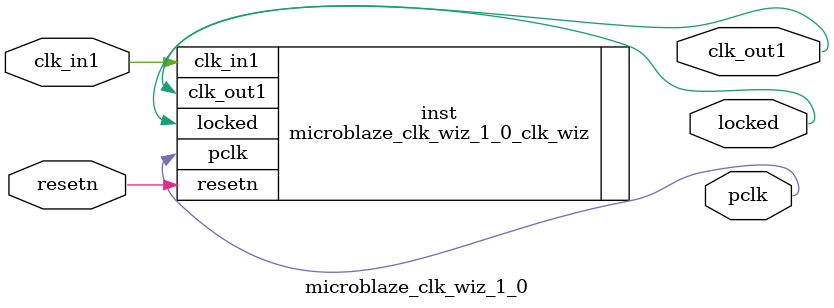
<source format=v>


`timescale 1ps/1ps

(* CORE_GENERATION_INFO = "microblaze_clk_wiz_1_0,clk_wiz_v5_4_2_0,{component_name=microblaze_clk_wiz_1_0,use_phase_alignment=true,use_min_o_jitter=false,use_max_i_jitter=false,use_dyn_phase_shift=false,use_inclk_switchover=false,use_dyn_reconfig=false,enable_axi=0,feedback_source=FDBK_AUTO,PRIMITIVE=MMCM,num_out_clk=2,clkin1_period=10.000,clkin2_period=10.000,use_power_down=false,use_reset=true,use_locked=true,use_inclk_stopped=false,feedback_type=SINGLE,CLOCK_MGR_TYPE=NA,manual_override=false}" *)

module microblaze_clk_wiz_1_0 
 (
  // Clock out ports
  output        clk_out1,
  output        pclk,
  // Status and control signals
  input         resetn,
  output        locked,
 // Clock in ports
  input         clk_in1
 );

  microblaze_clk_wiz_1_0_clk_wiz inst
  (
  // Clock out ports  
  .clk_out1(clk_out1),
  .pclk(pclk),
  // Status and control signals               
  .resetn(resetn), 
  .locked(locked),
 // Clock in ports
  .clk_in1(clk_in1)
  );

endmodule

</source>
